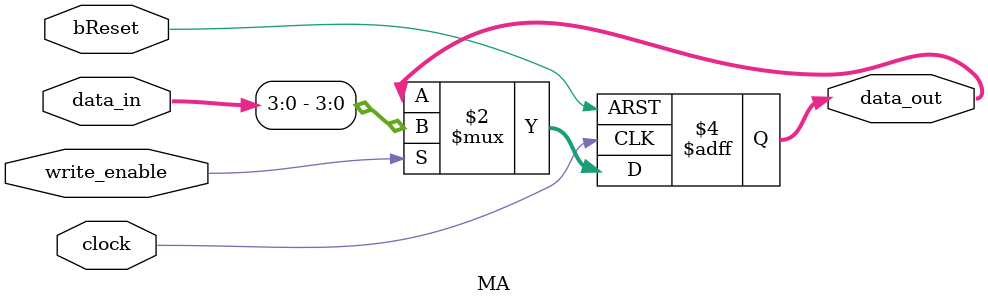
<source format=v>

module MA (
    input       [7:0] data_in,
    output reg  [3:0] data_out,
    input             clock,
    input             write_enable,
    input             bReset
);

always @(posedge clock or posedge bReset) begin
    if (bReset)
        data_out <= 4'b0;
    else if (write_enable)
        data_out <= data_in[3:0];
end

endmodule

</source>
